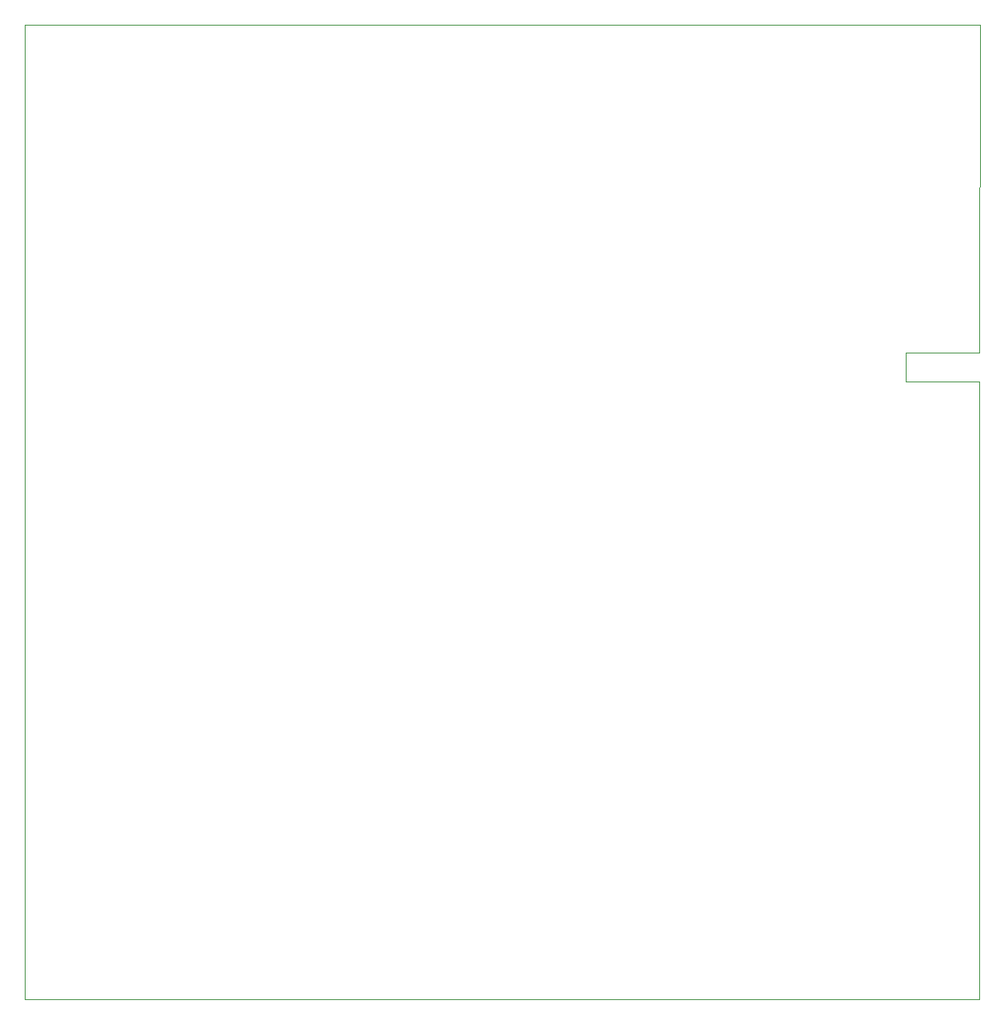
<source format=gm1>
G04 #@! TF.GenerationSoftware,KiCad,Pcbnew,(6.0.0)*
G04 #@! TF.CreationDate,2023-11-06T12:19:40+00:00*
G04 #@! TF.ProjectId,srom,73726f6d-2e6b-4696-9361-645f70636258,v1.3 to v1.4*
G04 #@! TF.SameCoordinates,Original*
G04 #@! TF.FileFunction,Profile,NP*
%FSLAX46Y46*%
G04 Gerber Fmt 4.6, Leading zero omitted, Abs format (unit mm)*
G04 Created by KiCad (PCBNEW (6.0.0)) date 2023-11-06 12:19:40*
%MOMM*%
%LPD*%
G01*
G04 APERTURE LIST*
G04 #@! TA.AperFunction,Profile*
%ADD10C,0.100000*%
G04 #@! TD*
G04 APERTURE END LIST*
D10*
X137800000Y-103765000D02*
X137800000Y-106790000D01*
X145425000Y-70190000D02*
X47450000Y-70215000D01*
X145375000Y-103765000D02*
X137800000Y-103765000D01*
X47450000Y-170090000D02*
X47450000Y-70215000D01*
X145425000Y-70190000D02*
X145375000Y-103740000D01*
X47450000Y-170090000D02*
X145350000Y-170090000D01*
X145400000Y-106790000D02*
X145350000Y-170090000D01*
X137800000Y-106790000D02*
X145400000Y-106790000D01*
M02*

</source>
